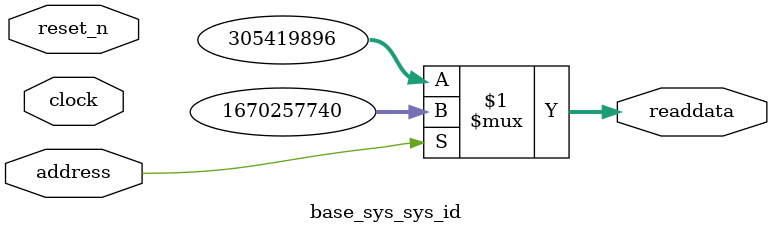
<source format=v>



// synthesis translate_off
`timescale 1ns / 1ps
// synthesis translate_on

// turn off superfluous verilog processor warnings 
// altera message_level Level1 
// altera message_off 10034 10035 10036 10037 10230 10240 10030 

module base_sys_sys_id (
               // inputs:
                address,
                clock,
                reset_n,

               // outputs:
                readdata
             )
;

  output  [ 31: 0] readdata;
  input            address;
  input            clock;
  input            reset_n;

  wire    [ 31: 0] readdata;
  //control_slave, which is an e_avalon_slave
  assign readdata = address ? 1670257740 : 305419896;

endmodule



</source>
